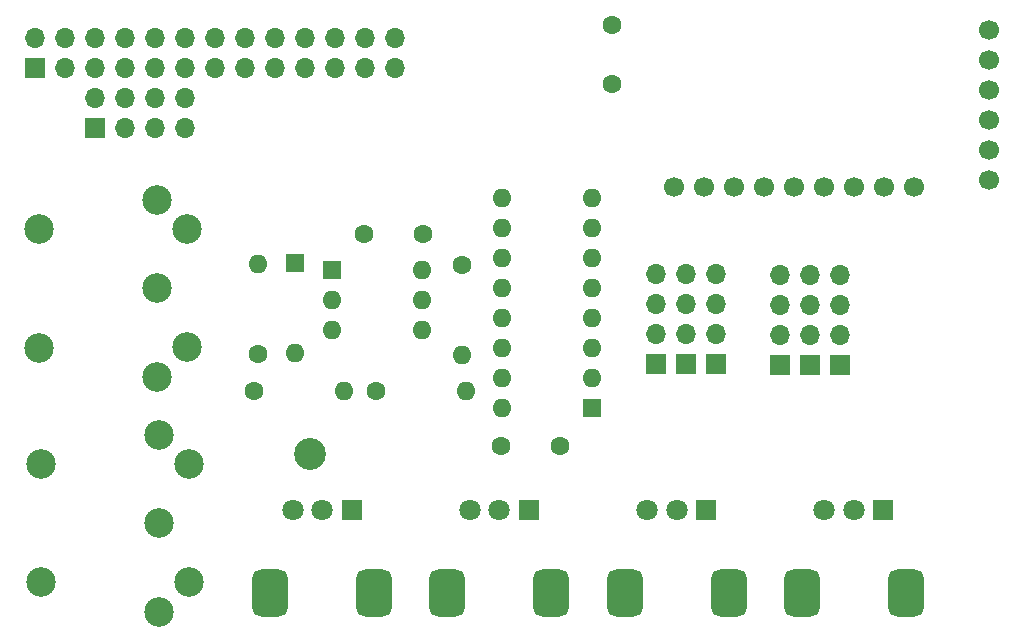
<source format=gbs>
G04 #@! TF.GenerationSoftware,KiCad,Pcbnew,(6.0.5)*
G04 #@! TF.CreationDate,2022-08-31T18:22:49+01:00*
G04 #@! TF.ProjectId,RPi-V1-Synth-IOBoard,5250692d-5631-42d5-9379-6e74682d494f,rev?*
G04 #@! TF.SameCoordinates,Original*
G04 #@! TF.FileFunction,Soldermask,Bot*
G04 #@! TF.FilePolarity,Negative*
%FSLAX46Y46*%
G04 Gerber Fmt 4.6, Leading zero omitted, Abs format (unit mm)*
G04 Created by KiCad (PCBNEW (6.0.5)) date 2022-08-31 18:22:49*
%MOMM*%
%LPD*%
G01*
G04 APERTURE LIST*
G04 Aperture macros list*
%AMRoundRect*
0 Rectangle with rounded corners*
0 $1 Rounding radius*
0 $2 $3 $4 $5 $6 $7 $8 $9 X,Y pos of 4 corners*
0 Add a 4 corners polygon primitive as box body*
4,1,4,$2,$3,$4,$5,$6,$7,$8,$9,$2,$3,0*
0 Add four circle primitives for the rounded corners*
1,1,$1+$1,$2,$3*
1,1,$1+$1,$4,$5*
1,1,$1+$1,$6,$7*
1,1,$1+$1,$8,$9*
0 Add four rect primitives between the rounded corners*
20,1,$1+$1,$2,$3,$4,$5,0*
20,1,$1+$1,$4,$5,$6,$7,0*
20,1,$1+$1,$6,$7,$8,$9,0*
20,1,$1+$1,$8,$9,$2,$3,0*%
G04 Aperture macros list end*
%ADD10C,2.499360*%
%ADD11R,1.700000X1.700000*%
%ADD12O,1.700000X1.700000*%
%ADD13R,1.800000X1.800000*%
%ADD14C,1.800000*%
%ADD15RoundRect,0.750000X-0.750000X1.250000X-0.750000X-1.250000X0.750000X-1.250000X0.750000X1.250000X0*%
%ADD16C,1.600000*%
%ADD17R,1.600000X1.600000*%
%ADD18O,1.600000X1.600000*%
%ADD19C,2.700000*%
%ADD20C,1.700000*%
G04 APERTURE END LIST*
D10*
X156083000Y-141472920D03*
X158584900Y-153967180D03*
X156085540Y-148971000D03*
X156083000Y-156469080D03*
X158584900Y-143974820D03*
X146088100Y-153972260D03*
X146088100Y-143969740D03*
D11*
X198348600Y-155346400D03*
D12*
X198348600Y-152806400D03*
X198348600Y-150266400D03*
X198348600Y-147726400D03*
D11*
X200888600Y-155346400D03*
D12*
X200888600Y-152806400D03*
X200888600Y-150266400D03*
X200888600Y-147726400D03*
D11*
X203428600Y-155346400D03*
D12*
X203428600Y-152806400D03*
X203428600Y-150266400D03*
X203428600Y-147726400D03*
D13*
X172561800Y-167762200D03*
D14*
X170061800Y-167762200D03*
X167561800Y-167762200D03*
D15*
X174461800Y-174762200D03*
X165661800Y-174762200D03*
D13*
X217561800Y-167762200D03*
D14*
X215061800Y-167762200D03*
X212561800Y-167762200D03*
D15*
X219461800Y-174762200D03*
X210661800Y-174762200D03*
D13*
X202561800Y-167762200D03*
D14*
X200061800Y-167762200D03*
X197561800Y-167762200D03*
D15*
X204461800Y-174762200D03*
X195661800Y-174762200D03*
D13*
X187561800Y-167762200D03*
D14*
X185061800Y-167762200D03*
X182561800Y-167762200D03*
D15*
X189461800Y-174762200D03*
X180661800Y-174762200D03*
D11*
X211328000Y-155412600D03*
D12*
X211328000Y-152872600D03*
X211328000Y-150332600D03*
X211328000Y-147792600D03*
D11*
X213868000Y-155412600D03*
D12*
X213868000Y-152872600D03*
X213868000Y-150332600D03*
X213868000Y-147792600D03*
D11*
X208788000Y-155412600D03*
D12*
X208788000Y-152872600D03*
X208788000Y-150332600D03*
X208788000Y-147792600D03*
D16*
X190206000Y-162280600D03*
X185206000Y-162280600D03*
D17*
X192938400Y-159131000D03*
D18*
X192938400Y-156591000D03*
X192938400Y-154051000D03*
X192938400Y-151511000D03*
X192938400Y-148971000D03*
X192938400Y-146431000D03*
X192938400Y-143891000D03*
X192938400Y-141351000D03*
X185318400Y-141351000D03*
X185318400Y-143891000D03*
X185318400Y-146431000D03*
X185318400Y-148971000D03*
X185318400Y-151511000D03*
X185318400Y-154051000D03*
X185318400Y-156591000D03*
X185318400Y-159131000D03*
D19*
X169000000Y-163000000D03*
D11*
X145755360Y-130279140D03*
D12*
X145755360Y-127739140D03*
X148295360Y-130279140D03*
X148295360Y-127739140D03*
X150835360Y-130279140D03*
X150835360Y-127739140D03*
X153375360Y-130279140D03*
X153375360Y-127739140D03*
X155915360Y-130279140D03*
X155915360Y-127739140D03*
X158455360Y-130279140D03*
X158455360Y-127739140D03*
X160995360Y-130279140D03*
X160995360Y-127739140D03*
X163535360Y-130279140D03*
X163535360Y-127739140D03*
X166075360Y-130279140D03*
X166075360Y-127739140D03*
X168615360Y-130279140D03*
X168615360Y-127739140D03*
X171155360Y-130279140D03*
X171155360Y-127739140D03*
X173695360Y-130279140D03*
X173695360Y-127739140D03*
X176235360Y-130279140D03*
X176235360Y-127739140D03*
D17*
X170850400Y-147411600D03*
D18*
X170850400Y-149951600D03*
X170850400Y-152491600D03*
X178470400Y-152491600D03*
X178470400Y-149951600D03*
X178470400Y-147411600D03*
D16*
X181889400Y-146964400D03*
D18*
X181889400Y-154584400D03*
D16*
X164261800Y-157632400D03*
D18*
X171881800Y-157632400D03*
D16*
X174625000Y-157632400D03*
D18*
X182245000Y-157632400D03*
D16*
X164592000Y-154533600D03*
D18*
X164592000Y-146913600D03*
D11*
X150835360Y-135359140D03*
D12*
X150835360Y-132819140D03*
X153375360Y-135359140D03*
X153375360Y-132819140D03*
X155915360Y-135359140D03*
X155915360Y-132819140D03*
X158455360Y-135359140D03*
X158455360Y-132819140D03*
D10*
X156235400Y-161361120D03*
X158737300Y-173855380D03*
X156237940Y-168859200D03*
X156235400Y-176357280D03*
X158737300Y-163863020D03*
X146240500Y-173860460D03*
X146240500Y-163857940D03*
D17*
X167767000Y-146786600D03*
D18*
X167767000Y-154406600D03*
D16*
X194614800Y-131644400D03*
X194614800Y-126644400D03*
X178551200Y-144373600D03*
X173551200Y-144373600D03*
D20*
X220172000Y-140399200D03*
X217632000Y-140399200D03*
X215092000Y-140399200D03*
X212552000Y-140399200D03*
X210012000Y-140399200D03*
X207472000Y-140399200D03*
X204932000Y-140399200D03*
X202392000Y-140399200D03*
X199852000Y-140399200D03*
X226522000Y-139764200D03*
X226522000Y-137224200D03*
X226522000Y-134684200D03*
X226522000Y-132144200D03*
X226522000Y-129604200D03*
X226522000Y-127064200D03*
M02*

</source>
